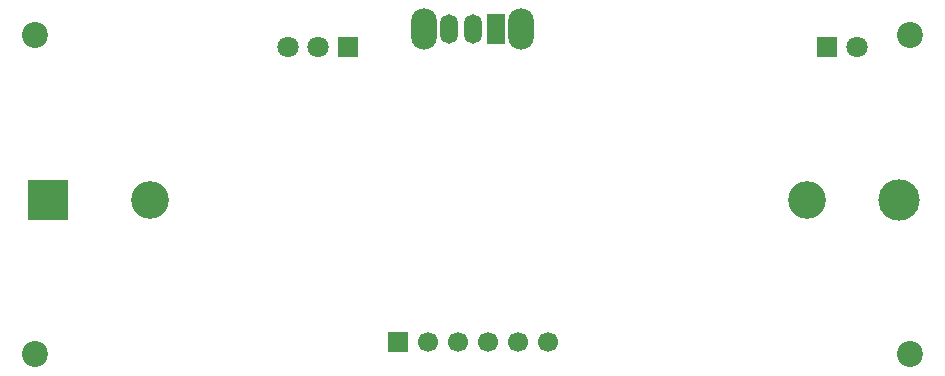
<source format=gbr>
%TF.GenerationSoftware,KiCad,Pcbnew,9.0.6*%
%TF.CreationDate,2026-02-05T22:19:05+05:30*%
%TF.ProjectId,Vitalung_V0.1,56697461-6c75-46e6-975f-56302e312e6b,0.1*%
%TF.SameCoordinates,PX7057c40PY68e7780*%
%TF.FileFunction,Soldermask,Bot*%
%TF.FilePolarity,Negative*%
%FSLAX46Y46*%
G04 Gerber Fmt 4.6, Leading zero omitted, Abs format (unit mm)*
G04 Created by KiCad (PCBNEW 9.0.6) date 2026-02-05 22:19:05*
%MOMM*%
%LPD*%
G01*
G04 APERTURE LIST*
%ADD10O,2.200000X3.500000*%
%ADD11R,1.500000X2.500000*%
%ADD12O,1.500000X2.500000*%
%ADD13R,1.700000X1.700000*%
%ADD14C,1.700000*%
%ADD15C,2.200000*%
%ADD16R,1.800000X1.800000*%
%ADD17C,1.800000*%
%ADD18C,3.200000*%
%ADD19R,3.500000X3.500000*%
%ADD20C,3.500000*%
G04 APERTURE END LIST*
D10*
%TO.C,SW1*%
X44100000Y30500000D03*
X35900000Y30500000D03*
D11*
X42000000Y30500000D03*
D12*
X40000000Y30500000D03*
X38000000Y30500000D03*
%TD*%
D13*
%TO.C,J1*%
X33650000Y4000000D03*
D14*
X36190000Y4000000D03*
X38730000Y4000000D03*
X41270000Y4000000D03*
X43810000Y4000000D03*
X46350000Y4000000D03*
%TD*%
D15*
%TO.C,H2*%
X77000000Y3000000D03*
%TD*%
%TO.C,H1*%
X3000000Y30000000D03*
%TD*%
D16*
%TO.C,D2*%
X70000000Y29000000D03*
D17*
X72540000Y29000000D03*
%TD*%
D15*
%TO.C,H3*%
X3000000Y3000000D03*
%TD*%
%TO.C,H4*%
X77000000Y30000000D03*
%TD*%
D16*
%TO.C,D1*%
X29500000Y29000000D03*
D17*
X26960000Y29000000D03*
X24420000Y29000000D03*
%TD*%
D18*
%TO.C,BT1*%
X12720000Y16040000D03*
X68330000Y16040000D03*
D19*
X4075000Y16040000D03*
D20*
X76075000Y16040000D03*
%TD*%
M02*

</source>
